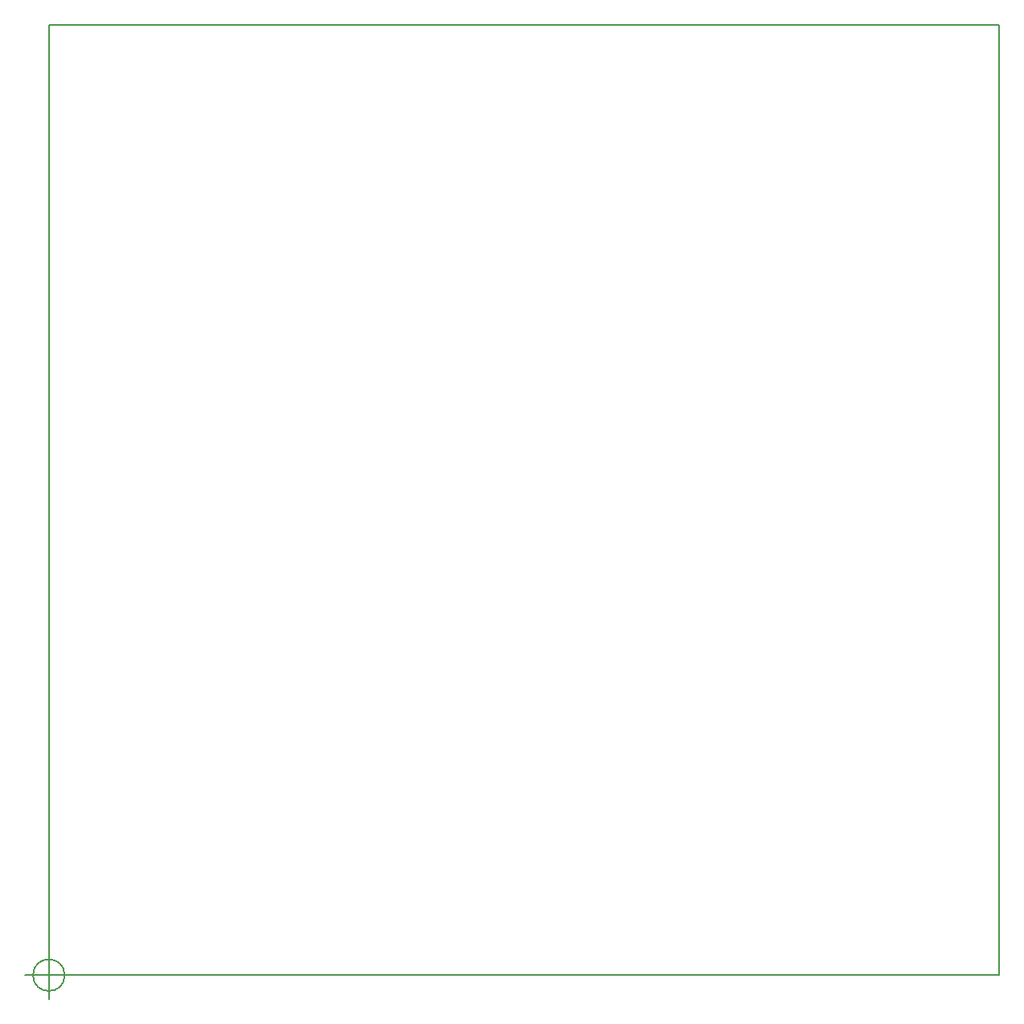
<source format=gko>
G04 #@! TF.GenerationSoftware,KiCad,Pcbnew,(6.0.4-0)*
G04 #@! TF.CreationDate,2022-06-07T18:13:55+09:00*
G04 #@! TF.ProjectId,KZ80-YM2149,4b5a3830-2d59-44d3-9231-34392e6b6963,rev?*
G04 #@! TF.SameCoordinates,Original*
G04 #@! TF.FileFunction,Profile,NP*
%FSLAX46Y46*%
G04 Gerber Fmt 4.6, Leading zero omitted, Abs format (unit mm)*
G04 Created by KiCad (PCBNEW (6.0.4-0)) date 2022-06-07 18:13:55*
%MOMM*%
%LPD*%
G01*
G04 APERTURE LIST*
G04 #@! TA.AperFunction,Profile*
%ADD10C,0.150000*%
G04 #@! TD*
G04 APERTURE END LIST*
D10*
X91666666Y-150000000D02*
G75*
G03*
X91666666Y-150000000I-1666666J0D01*
G01*
X87500000Y-150000000D02*
X92500000Y-150000000D01*
X90000000Y-147500000D02*
X90000000Y-152500000D01*
X91666666Y-150000000D02*
G75*
G03*
X91666666Y-150000000I-1666666J0D01*
G01*
X87500000Y-150000000D02*
X92500000Y-150000000D01*
X90000000Y-147500000D02*
X90000000Y-152500000D01*
X90000000Y-150000000D02*
X90000000Y-50000000D01*
X190000000Y-150000000D02*
X90000000Y-150000000D01*
X190000000Y-50000000D02*
X190000000Y-150000000D01*
X90000000Y-50000000D02*
X190000000Y-50000000D01*
M02*

</source>
